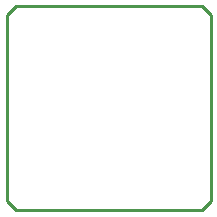
<source format=gko>
G04*
G04 #@! TF.GenerationSoftware,Altium Limited,Altium Designer,19.1.5 (86)*
G04*
G04 Layer_Color=16711935*
%FSLAX25Y25*%
%MOIN*%
G70*
G01*
G75*
%ADD10C,0.01000*%
D10*
X3000D02*
X65000D01*
X68000Y3000D01*
Y65000D01*
X65000Y68000D02*
X68000Y65000D01*
X3000Y68000D02*
X65000D01*
X0Y3000D02*
X3000Y0D01*
X0Y65000D02*
X3000Y68000D01*
X0Y3000D02*
Y65000D01*
M02*

</source>
